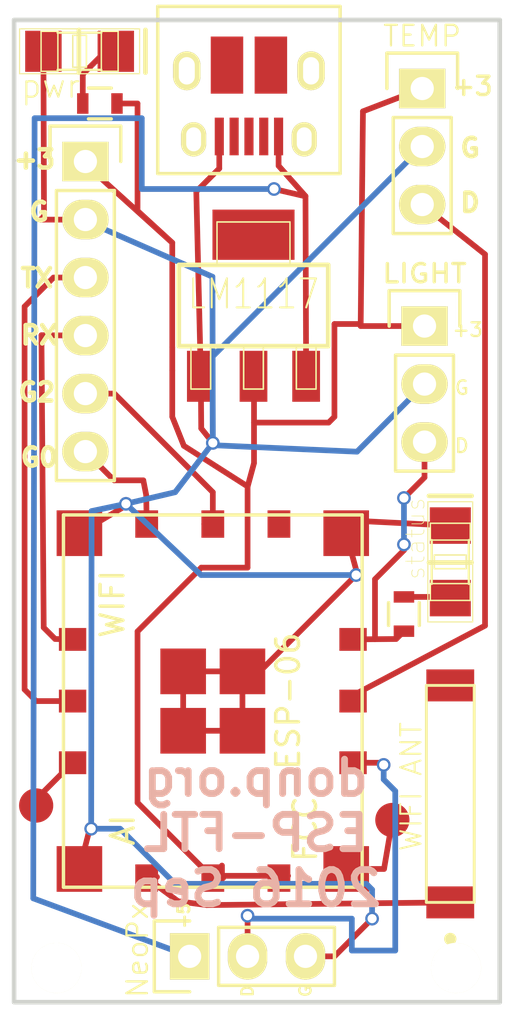
<source format=kicad_pcb>
(kicad_pcb (version 4) (host pcbnew 4.1.0-alpha+201607031448+6962~45~ubuntu15.04.1-product)

  (general
    (links 0)
    (no_connects 0)
    (area 116.122572 34.4675 165.944429 88.983285)
    (thickness 1.6)
    (drawings 20)
    (tracks 159)
    (zones 0)
    (modules 16)
    (nets 1)
  )

  (page A4)
  (layers
    (0 F.Cu signal)
    (31 B.Cu signal)
    (32 B.Adhes user)
    (33 F.Adhes user)
    (34 B.Paste user)
    (35 F.Paste user)
    (36 B.SilkS user)
    (37 F.SilkS user)
    (38 B.Mask user)
    (39 F.Mask user)
    (40 Dwgs.User user)
    (41 Cmts.User user)
    (42 Eco1.User user)
    (43 Eco2.User user)
    (44 Edge.Cuts user)
    (45 Margin user)
    (46 B.CrtYd user)
    (47 F.CrtYd user)
    (48 B.Fab user)
    (49 F.Fab user hide)
  )

  (setup
    (last_trace_width 0.25)
    (trace_clearance 0.2)
    (zone_clearance 0.508)
    (zone_45_only no)
    (trace_min 0.2)
    (segment_width 0.2)
    (edge_width 0.2)
    (via_size 0.6)
    (via_drill 0.4)
    (via_min_size 0.4)
    (via_min_drill 0.3)
    (uvia_size 0.3)
    (uvia_drill 0.1)
    (uvias_allowed no)
    (uvia_min_size 0.2)
    (uvia_min_drill 0.1)
    (pcb_text_width 0.3)
    (pcb_text_size 1.5 1.5)
    (mod_edge_width 0.15)
    (mod_text_size 1 1)
    (mod_text_width 0.15)
    (pad_size 3.59918 2.19964)
    (pad_drill 0)
    (pad_to_mask_clearance 0.2)
    (aux_axis_origin 0 0)
    (visible_elements FFFFFF7F)
    (pcbplotparams
      (layerselection 0x010f0_ffffffff)
      (usegerberextensions true)
      (excludeedgelayer true)
      (linewidth 0.100000)
      (plotframeref false)
      (viasonmask false)
      (mode 1)
      (useauxorigin false)
      (hpglpennumber 1)
      (hpglpenspeed 20)
      (hpglpendiameter 15)
      (psnegative false)
      (psa4output false)
      (plotreference true)
      (plotvalue true)
      (plotinvisibletext false)
      (padsonsilk false)
      (subtractmaskfromsilk false)
      (outputformat 1)
      (mirror false)
      (drillshape 0)
      (scaleselection 1)
      (outputdirectory /home/donp/osh))
  )

  (net 0 "")

  (net_class Default "This is the default net class."
    (clearance 0.2)
    (trace_width 0.25)
    (via_dia 0.6)
    (via_drill 0.4)
    (uvia_dia 0.3)
    (uvia_drill 0.1)
  )

  (module aalay:aalay-LED1206 (layer F.Cu) (tedit 577AC723) (tstamp 56F9A37D)
    (at 134.874 39.37)
    (attr smd)
    (fp_text reference pwr (at -1.27 1.524) (layer F.SilkS)
      (effects (font (size 1.016 1.016) (thickness 0.0889)))
    )
    (fp_text value >VALUE (at 0.508 2.032) (layer B.SilkS) hide
      (effects (font (size 1.016 1.016) (thickness 0.0889)) (justify mirror))
    )
    (fp_line (start -1.6891 0.8763) (end -0.9525 0.8763) (layer F.SilkS) (width 0.06604))
    (fp_line (start -0.9525 0.8763) (end -0.9525 -0.8763) (layer F.SilkS) (width 0.06604))
    (fp_line (start -1.6891 -0.8763) (end -0.9525 -0.8763) (layer F.SilkS) (width 0.06604))
    (fp_line (start -1.6891 0.8763) (end -1.6891 -0.8763) (layer F.SilkS) (width 0.06604))
    (fp_line (start 0.9525 0.8763) (end 1.6891 0.8763) (layer F.SilkS) (width 0.06604))
    (fp_line (start 1.6891 0.8763) (end 1.6891 -0.8763) (layer F.SilkS) (width 0.06604))
    (fp_line (start 0.9525 -0.8763) (end 1.6891 -0.8763) (layer F.SilkS) (width 0.06604))
    (fp_line (start 0.9525 0.8763) (end 0.9525 -0.8763) (layer F.SilkS) (width 0.06604))
    (fp_line (start -0.29972 0.6985) (end 0.29972 0.6985) (layer F.SilkS) (width 0.06604))
    (fp_line (start 0.29972 0.6985) (end 0.29972 -0.6985) (layer F.SilkS) (width 0.06604))
    (fp_line (start -0.29972 -0.6985) (end 0.29972 -0.6985) (layer F.SilkS) (width 0.06604))
    (fp_line (start -0.29972 0.6985) (end -0.29972 -0.6985) (layer F.SilkS) (width 0.06604))
    (fp_line (start 0.9525 0.8128) (end -0.9652 0.8128) (layer F.SilkS) (width 0.1016))
    (fp_line (start 0.9525 -0.8128) (end -0.9652 -0.8128) (layer F.SilkS) (width 0.1016))
    (fp_line (start -2.63144 -0.98298) (end 2.63144 -0.98298) (layer F.SilkS) (width 0.0508))
    (fp_line (start 2.63144 -0.98298) (end 2.63144 0.98298) (layer F.SilkS) (width 0.0508))
    (fp_line (start 2.63144 0.98298) (end -2.63144 0.98298) (layer F.SilkS) (width 0.0508))
    (fp_line (start -2.63144 0.98298) (end -2.63144 -0.98298) (layer F.SilkS) (width 0.0508))
    (fp_line (start -0.03048 0.93472) (end -0.03048 -0.93472) (layer F.SilkS) (width 0.2032))
    (fp_line (start 2.88798 0.93472) (end 2.88798 -0.93472) (layer F.SilkS) (width 0.2032))
    (pad A smd rect (at -1.5875 0) (size 1.59766 1.80086) (layers F.Cu F.Paste F.Mask))
    (pad K smd rect (at 1.5875 0) (size 1.59766 1.80086) (layers F.Cu F.Paste F.Mask))
  )

  (module aalay:aalay-LED1206 (layer F.Cu) (tedit 57B70DE1) (tstamp 56F9A248)
    (at 151.13 61.722 90)
    (attr smd)
    (fp_text reference status (at 1.016 -1.524 90) (layer F.SilkS)
      (effects (font (size 0.8 0.8) (thickness 0.03175)))
    )
    (fp_text value >VALUE (at 0.508 2.032 90) (layer B.SilkS) hide
      (effects (font (size 1.016 1.016) (thickness 0.0889)) (justify mirror))
    )
    (fp_line (start -1.6891 0.8763) (end -0.9525 0.8763) (layer F.SilkS) (width 0.06604))
    (fp_line (start -0.9525 0.8763) (end -0.9525 -0.8763) (layer F.SilkS) (width 0.06604))
    (fp_line (start -1.6891 -0.8763) (end -0.9525 -0.8763) (layer F.SilkS) (width 0.06604))
    (fp_line (start -1.6891 0.8763) (end -1.6891 -0.8763) (layer F.SilkS) (width 0.06604))
    (fp_line (start 0.9525 0.8763) (end 1.6891 0.8763) (layer F.SilkS) (width 0.06604))
    (fp_line (start 1.6891 0.8763) (end 1.6891 -0.8763) (layer F.SilkS) (width 0.06604))
    (fp_line (start 0.9525 -0.8763) (end 1.6891 -0.8763) (layer F.SilkS) (width 0.06604))
    (fp_line (start 0.9525 0.8763) (end 0.9525 -0.8763) (layer F.SilkS) (width 0.06604))
    (fp_line (start -0.29972 0.6985) (end 0.29972 0.6985) (layer F.SilkS) (width 0.06604))
    (fp_line (start 0.29972 0.6985) (end 0.29972 -0.6985) (layer F.SilkS) (width 0.06604))
    (fp_line (start -0.29972 -0.6985) (end 0.29972 -0.6985) (layer F.SilkS) (width 0.06604))
    (fp_line (start -0.29972 0.6985) (end -0.29972 -0.6985) (layer F.SilkS) (width 0.06604))
    (fp_line (start 0.9525 0.8128) (end -0.9652 0.8128) (layer F.SilkS) (width 0.1016))
    (fp_line (start 0.9525 -0.8128) (end -0.9652 -0.8128) (layer F.SilkS) (width 0.1016))
    (fp_line (start -2.63144 -0.98298) (end 2.63144 -0.98298) (layer F.SilkS) (width 0.0508))
    (fp_line (start 2.63144 -0.98298) (end 2.63144 0.98298) (layer F.SilkS) (width 0.0508))
    (fp_line (start 2.63144 0.98298) (end -2.63144 0.98298) (layer F.SilkS) (width 0.0508))
    (fp_line (start -2.63144 0.98298) (end -2.63144 -0.98298) (layer F.SilkS) (width 0.0508))
    (fp_line (start -0.03048 0.93472) (end -0.03048 -0.93472) (layer F.SilkS) (width 0.2032))
    (fp_line (start 2.88798 0.93472) (end 2.88798 -0.93472) (layer F.SilkS) (width 0.2032))
    (pad A smd rect (at -1.5875 0 90) (size 1.59766 1.80086) (layers F.Cu F.Paste F.Mask))
    (pad K smd rect (at 1.5875 0 90) (size 1.59766 1.80086) (layers F.Cu F.Paste F.Mask))
  )

  (module Pin_Headers:Pin_Header_Straight_1x03 (layer F.Cu) (tedit 57A03E1C) (tstamp 56F73DBC)
    (at 139.7 78.994 90)
    (descr "Through hole pin header")
    (tags "pin header")
    (fp_text reference NeoPx (at 0.254 -2.286 90) (layer F.SilkS)
      (effects (font (size 0.9 0.9) (thickness 0.1)))
    )
    (fp_text value Pin_Header_Straight_1x03 (at 0 -3.1 90) (layer F.Fab) hide
      (effects (font (size 1 1) (thickness 0.15)))
    )
    (fp_line (start -1.75 -1.75) (end -1.75 6.85) (layer F.CrtYd) (width 0.05))
    (fp_line (start 1.75 -1.75) (end 1.75 6.85) (layer F.CrtYd) (width 0.05))
    (fp_line (start -1.75 -1.75) (end 1.75 -1.75) (layer F.CrtYd) (width 0.05))
    (fp_line (start -1.75 6.85) (end 1.75 6.85) (layer F.CrtYd) (width 0.05))
    (fp_line (start -1.27 1.27) (end -1.27 6.35) (layer F.SilkS) (width 0.15))
    (fp_line (start -1.27 6.35) (end 1.27 6.35) (layer F.SilkS) (width 0.15))
    (fp_line (start 1.27 6.35) (end 1.27 1.27) (layer F.SilkS) (width 0.15))
    (fp_line (start 1.55 -1.55) (end 1.55 0) (layer F.SilkS) (width 0.15))
    (fp_line (start 1.27 1.27) (end -1.27 1.27) (layer F.SilkS) (width 0.15))
    (fp_line (start -1.55 0) (end -1.55 -1.55) (layer F.SilkS) (width 0.15))
    (fp_line (start -1.55 -1.55) (end 1.55 -1.55) (layer F.SilkS) (width 0.15))
    (pad 1 thru_hole rect (at 0 0 90) (size 2.032 1.7272) (drill 1.016) (layers *.Cu *.Mask F.SilkS))
    (pad 2 thru_hole oval (at 0 2.54 90) (size 2.032 1.7272) (drill 1.016) (layers *.Cu *.Mask F.SilkS))
    (pad 3 thru_hole oval (at 0 5.08 90) (size 2.032 1.7272) (drill 1.016) (layers *.Cu *.Mask F.SilkS))
    (model Pin_Headers.3dshapes/Pin_Header_Straight_1x03.wrl
      (at (xyz 0 -0.1 0))
      (scale (xyz 1 1 1))
      (rotate (xyz 0 0 90))
    )
  )

  (module Pin_Headers:Pin_Header_Straight_1x03 (layer F.Cu) (tedit 57A04201) (tstamp 56F72368)
    (at 149.9 41)
    (descr "Through hole pin header")
    (tags "pin header")
    (fp_text reference TEMP (at 0 -2.3) (layer F.SilkS)
      (effects (font (size 0.9 0.9) (thickness 0.1)))
    )
    (fp_text value Pin_Header_Straight_1x03 (at 0 -3.1) (layer F.Fab) hide
      (effects (font (size 1 1) (thickness 0.15)))
    )
    (fp_line (start -1.75 -1.75) (end -1.75 6.85) (layer F.CrtYd) (width 0.05))
    (fp_line (start 1.75 -1.75) (end 1.75 6.85) (layer F.CrtYd) (width 0.05))
    (fp_line (start -1.75 -1.75) (end 1.75 -1.75) (layer F.CrtYd) (width 0.05))
    (fp_line (start -1.75 6.85) (end 1.75 6.85) (layer F.CrtYd) (width 0.05))
    (fp_line (start -1.27 1.27) (end -1.27 6.35) (layer F.SilkS) (width 0.15))
    (fp_line (start -1.27 6.35) (end 1.27 6.35) (layer F.SilkS) (width 0.15))
    (fp_line (start 1.27 6.35) (end 1.27 1.27) (layer F.SilkS) (width 0.15))
    (fp_line (start 1.55 -1.55) (end 1.55 0) (layer F.SilkS) (width 0.15))
    (fp_line (start 1.27 1.27) (end -1.27 1.27) (layer F.SilkS) (width 0.15))
    (fp_line (start -1.55 0) (end -1.55 -1.55) (layer F.SilkS) (width 0.15))
    (fp_line (start -1.55 -1.55) (end 1.55 -1.55) (layer F.SilkS) (width 0.15))
    (pad 1 thru_hole rect (at 0 0) (size 2.032 1.7272) (drill 1.016) (layers *.Cu *.Mask F.SilkS))
    (pad 2 thru_hole oval (at 0 2.54) (size 2.032 1.7272) (drill 1.016) (layers *.Cu *.Mask F.SilkS))
    (pad 3 thru_hole oval (at 0 5.08) (size 2.032 1.7272) (drill 1.016) (layers *.Cu *.Mask F.SilkS))
    (model Pin_Headers.3dshapes/Pin_Header_Straight_1x03.wrl
      (at (xyz 0 -0.1 0))
      (scale (xyz 1 1 1))
      (rotate (xyz 0 0 90))
    )
  )

  (module Pin_Headers:Pin_Header_Straight_1x03 (layer F.Cu) (tedit 57A04211) (tstamp 56F7230E)
    (at 150 51.4)
    (descr "Through hole pin header")
    (tags "pin header")
    (fp_text reference LIGHT (at 0 -2.3) (layer F.SilkS)
      (effects (font (size 0.8 0.9) (thickness 0.15)))
    )
    (fp_text value Pin_Header_Straight_1x03 (at 0 -3.1) (layer F.Fab) hide
      (effects (font (size 1 1) (thickness 0.15)))
    )
    (fp_line (start -1.75 -1.75) (end -1.75 6.85) (layer F.CrtYd) (width 0.05))
    (fp_line (start 1.75 -1.75) (end 1.75 6.85) (layer F.CrtYd) (width 0.05))
    (fp_line (start -1.75 -1.75) (end 1.75 -1.75) (layer F.CrtYd) (width 0.05))
    (fp_line (start -1.75 6.85) (end 1.75 6.85) (layer F.CrtYd) (width 0.05))
    (fp_line (start -1.27 1.27) (end -1.27 6.35) (layer F.SilkS) (width 0.15))
    (fp_line (start -1.27 6.35) (end 1.27 6.35) (layer F.SilkS) (width 0.15))
    (fp_line (start 1.27 6.35) (end 1.27 1.27) (layer F.SilkS) (width 0.15))
    (fp_line (start 1.55 -1.55) (end 1.55 0) (layer F.SilkS) (width 0.15))
    (fp_line (start 1.27 1.27) (end -1.27 1.27) (layer F.SilkS) (width 0.15))
    (fp_line (start -1.55 0) (end -1.55 -1.55) (layer F.SilkS) (width 0.15))
    (fp_line (start -1.55 -1.55) (end 1.55 -1.55) (layer F.SilkS) (width 0.15))
    (pad 1 thru_hole rect (at 0 0) (size 2.032 1.7272) (drill 1.016) (layers *.Cu *.Mask F.SilkS))
    (pad 2 thru_hole oval (at 0 2.54) (size 2.032 1.7272) (drill 1.016) (layers *.Cu *.Mask F.SilkS))
    (pad 3 thru_hole oval (at 0 5.08) (size 2.032 1.7272) (drill 1.016) (layers *.Cu *.Mask F.SilkS))
    (model Pin_Headers.3dshapes/Pin_Header_Straight_1x03.wrl
      (at (xyz 0 -0.1 0))
      (scale (xyz 1 1 1))
      (rotate (xyz 0 0 90))
    )
  )

  (module aalay:aalay-SOT223 (layer F.Cu) (tedit 56F70B8E) (tstamp 56F03C8A)
    (at 142.5 50.5)
    (descr "SOT223 PACKAGE")
    (tags "SOT223 PACKAGE")
    (attr smd)
    (fp_text reference LM1117 (at 0 -0.5) (layer F.SilkS)
      (effects (font (size 1.27 1) (thickness 0.0889)))
    )
    (fp_text value >VALUE (at 1.27 0.6858) (layer B.SilkS) hide
      (effects (font (size 1.27 1.27) (thickness 0.0889)) (justify mirror))
    )
    (fp_line (start -1.6002 -1.80086) (end 1.6002 -1.80086) (layer F.SilkS) (width 0.06604))
    (fp_line (start 1.6002 -1.80086) (end 1.6002 -3.6576) (layer F.SilkS) (width 0.06604))
    (fp_line (start -1.6002 -3.6576) (end 1.6002 -3.6576) (layer F.SilkS) (width 0.06604))
    (fp_line (start -1.6002 -1.80086) (end -1.6002 -3.6576) (layer F.SilkS) (width 0.06604))
    (fp_line (start -0.4318 3.6576) (end 0.4318 3.6576) (layer F.SilkS) (width 0.06604))
    (fp_line (start 0.4318 3.6576) (end 0.4318 1.80086) (layer F.SilkS) (width 0.06604))
    (fp_line (start -0.4318 1.80086) (end 0.4318 1.80086) (layer F.SilkS) (width 0.06604))
    (fp_line (start -0.4318 3.6576) (end -0.4318 1.80086) (layer F.SilkS) (width 0.06604))
    (fp_line (start -2.7432 3.6576) (end -1.8796 3.6576) (layer F.SilkS) (width 0.06604))
    (fp_line (start -1.8796 3.6576) (end -1.8796 1.80086) (layer F.SilkS) (width 0.06604))
    (fp_line (start -2.7432 1.80086) (end -1.8796 1.80086) (layer F.SilkS) (width 0.06604))
    (fp_line (start -2.7432 3.6576) (end -2.7432 1.80086) (layer F.SilkS) (width 0.06604))
    (fp_line (start 1.8796 3.6576) (end 2.7432 3.6576) (layer F.SilkS) (width 0.06604))
    (fp_line (start 2.7432 3.6576) (end 2.7432 1.80086) (layer F.SilkS) (width 0.06604))
    (fp_line (start 1.8796 1.80086) (end 2.7432 1.80086) (layer F.SilkS) (width 0.06604))
    (fp_line (start 1.8796 3.6576) (end 1.8796 1.80086) (layer F.SilkS) (width 0.06604))
    (fp_line (start -1.6002 -1.80086) (end 1.6002 -1.80086) (layer F.SilkS) (width 0.06604))
    (fp_line (start 1.6002 -1.80086) (end 1.6002 -3.6576) (layer F.SilkS) (width 0.06604))
    (fp_line (start -1.6002 -3.6576) (end 1.6002 -3.6576) (layer F.SilkS) (width 0.06604))
    (fp_line (start -1.6002 -1.80086) (end -1.6002 -3.6576) (layer F.SilkS) (width 0.06604))
    (fp_line (start -0.4318 3.6576) (end 0.4318 3.6576) (layer F.SilkS) (width 0.06604))
    (fp_line (start 0.4318 3.6576) (end 0.4318 1.80086) (layer F.SilkS) (width 0.06604))
    (fp_line (start -0.4318 1.80086) (end 0.4318 1.80086) (layer F.SilkS) (width 0.06604))
    (fp_line (start -0.4318 3.6576) (end -0.4318 1.80086) (layer F.SilkS) (width 0.06604))
    (fp_line (start -2.7432 3.6576) (end -1.8796 3.6576) (layer F.SilkS) (width 0.06604))
    (fp_line (start -1.8796 3.6576) (end -1.8796 1.80086) (layer F.SilkS) (width 0.06604))
    (fp_line (start -2.7432 1.80086) (end -1.8796 1.80086) (layer F.SilkS) (width 0.06604))
    (fp_line (start -2.7432 3.6576) (end -2.7432 1.80086) (layer F.SilkS) (width 0.06604))
    (fp_line (start 1.8796 3.6576) (end 2.7432 3.6576) (layer F.SilkS) (width 0.06604))
    (fp_line (start 2.7432 3.6576) (end 2.7432 1.80086) (layer F.SilkS) (width 0.06604))
    (fp_line (start 1.8796 1.80086) (end 2.7432 1.80086) (layer F.SilkS) (width 0.06604))
    (fp_line (start 1.8796 3.6576) (end 1.8796 1.80086) (layer F.SilkS) (width 0.06604))
    (fp_line (start 3.2766 -1.778) (end 3.2766 1.778) (layer F.SilkS) (width 0.2032))
    (fp_line (start 3.2766 1.778) (end -3.2766 1.778) (layer F.SilkS) (width 0.2032))
    (fp_line (start -3.2766 1.778) (end -3.2766 -1.778) (layer F.SilkS) (width 0.2032))
    (fp_line (start -3.2766 -1.778) (end 3.2766 -1.778) (layer F.SilkS) (width 0.2032))
    (pad GND smd rect (at -2.30886 3.0988) (size 1.21666 2.23266) (layers F.Cu F.Paste F.Mask))
    (pad OUT smd rect (at 0 3.0988) (size 1.21666 2.23266) (layers F.Cu F.Paste F.Mask))
    (pad IN smd rect (at 2.30886 3.0988) (size 1.21666 2.23266) (layers F.Cu F.Paste F.Mask))
    (pad OUT smd rect (at 0 -3.0988) (size 3.59918 2.19964) (layers F.Cu F.Paste F.Mask))
  )

  (module OPL-Antenna:OPL-Antenna-ANT2-SMD-9.5X2.1X1.0MM (layer F.Cu) (tedit 577AC5CE) (tstamp 56EF2E24)
    (at 151.13 71.882 90)
    (attr smd)
    (fp_text reference "WIFI ANT" (at 0.3175 -1.7145 90) (layer F.SilkS)
      (effects (font (size 0.889 0.889) (thickness 0.0889)))
    )
    (fp_text value >VALUE (at 0.762 2.0955 90) (layer B.SilkS) hide
      (effects (font (size 0.889 0.889) (thickness 0.0889)) (justify mirror))
    )
    (fp_line (start -4.7498 1.04902) (end 4.7498 1.04902) (layer F.SilkS) (width 0.06604))
    (fp_line (start 4.7498 1.04902) (end 4.7498 -1.04902) (layer F.SilkS) (width 0.06604))
    (fp_line (start -4.7498 -1.04902) (end 4.7498 -1.04902) (layer F.SilkS) (width 0.06604))
    (fp_line (start -4.7498 1.04902) (end -4.7498 -1.04902) (layer F.SilkS) (width 0.06604))
    (fp_line (start -4.7498 -1.04902) (end 4.7498 -1.04902) (layer F.SilkS) (width 0.127))
    (fp_line (start 4.7498 -1.04902) (end 4.7498 1.04902) (layer F.SilkS) (width 0.127))
    (fp_line (start 4.7498 1.04902) (end -4.7498 1.04902) (layer F.SilkS) (width 0.127))
    (fp_line (start -4.7498 1.04902) (end -4.7498 -1.04902) (layer F.SilkS) (width 0.127))
    (fp_circle (center -6.35 0) (end -6.5405 0.1905) (layer F.SilkS) (width 0))
    (pad 1 smd rect (at -4.7498 0 90) (size 1.39954 2.09804) (layers F.Cu F.Paste F.Mask))
    (pad 2 smd rect (at 4.7498 0 90) (size 1.39954 2.09804) (layers F.Cu F.Paste F.Mask))
  )

  (module Connect:USB_Micro-B_10103594-0001LF (layer F.Cu) (tedit 56F72406) (tstamp 56E77216)
    (at 142.3 41.6 180)
    (descr "Micro USB Type B 10103594-0001LF")
    (tags "USB USB_B USB_micro USB_OTG")
    (attr smd)
    (fp_text reference REF** (at -1.5 -4.625 180) (layer F.SilkS) hide
      (effects (font (size 1 1) (thickness 0.15)))
    )
    (fp_text value USB_Micro-B_10103594-0001LF (at 0 6.175 180) (layer F.Fab) hide
      (effects (font (size 1 1) (thickness 0.15)))
    )
    (fp_line (start -4.25 -3.4) (end 4.25 -3.4) (layer F.CrtYd) (width 0.05))
    (fp_line (start 4.25 -3.4) (end 4.25 4.45) (layer F.CrtYd) (width 0.05))
    (fp_line (start 4.25 4.45) (end -4.25 4.45) (layer F.CrtYd) (width 0.05))
    (fp_line (start -4.25 4.45) (end -4.25 -3.4) (layer F.CrtYd) (width 0.05))
    (fp_line (start -4 4.195) (end 4 4.195) (layer F.SilkS) (width 0.15))
    (fp_line (start -4 -3.125) (end 4 -3.125) (layer F.SilkS) (width 0.15))
    (fp_line (start 4 -3.125) (end 4 4.195) (layer F.SilkS) (width 0.15))
    (fp_line (start 4 3.575) (end -4 3.575) (layer F.SilkS) (width 0.15))
    (fp_line (start -4 4.195) (end -4 -3.125) (layer F.SilkS) (width 0.15))
    (pad +5 smd rect (at -1.3 -1.5 270) (size 1.65 0.4) (layers F.Cu F.Paste F.Mask))
    (pad D- smd rect (at -0.65 -1.5 270) (size 1.65 0.4) (layers F.Cu F.Paste F.Mask))
    (pad D+ smd rect (at -0.0009 -1.5 270) (size 1.65 0.4) (layers F.Cu F.Paste F.Mask))
    (pad ID smd rect (at 0.65 -1.5 270) (size 1.65 0.4) (layers F.Cu F.Paste F.Mask))
    (pad GND smd rect (at 1.3 -1.5 270) (size 1.65 0.4) (layers F.Cu F.Paste F.Mask))
    (pad 6 thru_hole oval (at -2.425 -1.625 270) (size 1.5 1.1) (drill oval 1.05 0.65) (layers *.Cu *.Mask F.SilkS))
    (pad 6 thru_hole oval (at 2.425 -1.625 270) (size 1.5 1.1) (drill oval 1.05 0.65) (layers *.Cu *.Mask F.SilkS))
    (pad 6 thru_hole oval (at -2.725 1.375 270) (size 1.7 1.2) (drill oval 1.2 0.7) (layers *.Cu *.Mask F.SilkS))
    (pad 6 thru_hole oval (at 2.725 1.375 270) (size 1.7 1.2) (drill oval 1.2 0.7) (layers *.Cu *.Mask F.SilkS))
    (pad 6 smd rect (at -0.9625 1.625 270) (size 2.5 1.425) (layers F.Cu F.Paste F.Mask))
    (pad 6 smd rect (at 0.9625 1.625 270) (size 2.5 1.425) (layers F.Cu F.Paste F.Mask))
  )

  (module Pin_Headers:Pin_Header_Straight_1x06 (layer F.Cu) (tedit 577AC73E) (tstamp 577AB9B6)
    (at 135.128 44.196)
    (descr "Through hole pin header")
    (tags "pin header")
    (fp_text reference "" (at 0 -5.1) (layer F.SilkS)
      (effects (font (size 1 1) (thickness 0.15)))
    )
    (fp_text value Pin_Header_Straight_1x06 (at 0 -3.1) (layer F.Fab)
      (effects (font (size 1 1) (thickness 0.15)))
    )
    (fp_line (start -1.75 -1.75) (end -1.75 14.45) (layer F.CrtYd) (width 0.05))
    (fp_line (start 1.75 -1.75) (end 1.75 14.45) (layer F.CrtYd) (width 0.05))
    (fp_line (start -1.75 -1.75) (end 1.75 -1.75) (layer F.CrtYd) (width 0.05))
    (fp_line (start -1.75 14.45) (end 1.75 14.45) (layer F.CrtYd) (width 0.05))
    (fp_line (start 1.27 1.27) (end 1.27 13.97) (layer F.SilkS) (width 0.15))
    (fp_line (start 1.27 13.97) (end -1.27 13.97) (layer F.SilkS) (width 0.15))
    (fp_line (start -1.27 13.97) (end -1.27 1.27) (layer F.SilkS) (width 0.15))
    (fp_line (start 1.55 -1.55) (end 1.55 0) (layer F.SilkS) (width 0.15))
    (fp_line (start 1.27 1.27) (end -1.27 1.27) (layer F.SilkS) (width 0.15))
    (fp_line (start -1.55 0) (end -1.55 -1.55) (layer F.SilkS) (width 0.15))
    (fp_line (start -1.55 -1.55) (end 1.55 -1.55) (layer F.SilkS) (width 0.15))
    (pad 1 thru_hole rect (at 0 0) (size 2.032 1.7272) (drill 1.016) (layers *.Cu *.Mask F.SilkS))
    (pad 2 thru_hole oval (at 0 2.54) (size 2.032 1.7272) (drill 1.016) (layers *.Cu *.Mask F.SilkS))
    (pad 3 thru_hole oval (at 0 5.08) (size 2.032 1.7272) (drill 1.016) (layers *.Cu *.Mask F.SilkS))
    (pad 4 thru_hole oval (at 0 7.62) (size 2.032 1.7272) (drill 1.016) (layers *.Cu *.Mask F.SilkS))
    (pad 5 thru_hole oval (at 0 10.16) (size 2.032 1.7272) (drill 1.016) (layers *.Cu *.Mask F.SilkS))
    (pad 6 thru_hole oval (at 0 12.7) (size 2.032 1.7272) (drill 1.016) (layers *.Cu *.Mask F.SilkS))
    (model Pin_Headers.3dshapes/Pin_Header_Straight_1x06.wrl
      (at (xyz 0 -0.25 0))
      (scale (xyz 1 1 1))
      (rotate (xyz 0 0 90))
    )
    (model Pin_Headers.3dshapes/Pin_Header_Straight_1x06.wrl
      (at (xyz 0 -0.25 0))
      (scale (xyz 1 1 1))
      (rotate (xyz 0 0 90))
    )
  )

  (module Resistors_SMD:R_0603 (layer F.Cu) (tedit 577AC6FE) (tstamp 577AC355)
    (at 135.763 41.656)
    (descr "Resistor SMD 0603, reflow soldering, Vishay (see dcrcw.pdf)")
    (tags "resistor 0603")
    (attr smd)
    (fp_text reference "" (at 0 -1.9) (layer F.SilkS)
      (effects (font (size 1 1) (thickness 0.15)))
    )
    (fp_text value R_0603 (at 0 1.9) (layer F.Fab)
      (effects (font (size 1 1) (thickness 0.15)))
    )
    (fp_line (start -1.3 -0.8) (end 1.3 -0.8) (layer F.CrtYd) (width 0.05))
    (fp_line (start -1.3 0.8) (end 1.3 0.8) (layer F.CrtYd) (width 0.05))
    (fp_line (start -1.3 -0.8) (end -1.3 0.8) (layer F.CrtYd) (width 0.05))
    (fp_line (start 1.3 -0.8) (end 1.3 0.8) (layer F.CrtYd) (width 0.05))
    (fp_line (start 0.5 0.675) (end -0.5 0.675) (layer F.SilkS) (width 0.15))
    (fp_line (start -0.5 -0.675) (end 0.5 -0.675) (layer F.SilkS) (width 0.15))
    (pad 1 smd rect (at -0.75 0) (size 0.5 0.9) (layers F.Cu F.Paste F.Mask))
    (pad 2 smd rect (at 0.75 0) (size 0.5 0.9) (layers F.Cu F.Paste F.Mask))
    (model Resistors_SMD.3dshapes/R_0603.wrl
      (at (xyz 0 0 0))
      (scale (xyz 1 1 1))
      (rotate (xyz 0 0 0))
    )
    (model Resistors_SMD.3dshapes/R_0603.wrl
      (at (xyz 0 0 0))
      (scale (xyz 1 1 1))
      (rotate (xyz 0 0 0))
    )
  )

  (module Resistors_SMD:R_0603 (layer F.Cu) (tedit 57AE431C) (tstamp 577AC3DF)
    (at 149.098 64.008 90)
    (descr "Resistor SMD 0603, reflow soldering, Vishay (see dcrcw.pdf)")
    (tags "resistor 0603")
    (attr smd)
    (fp_text reference "" (at 0 -1.9 90) (layer F.SilkS)
      (effects (font (size 1 1) (thickness 0.15)))
    )
    (fp_text value R_0603 (at 0 1.9 90) (layer F.Fab)
      (effects (font (size 1 1) (thickness 0.15)))
    )
    (fp_line (start -1.3 -0.8) (end 1.3 -0.8) (layer F.CrtYd) (width 0.05))
    (fp_line (start -1.3 0.8) (end 1.3 0.8) (layer F.CrtYd) (width 0.05))
    (fp_line (start -1.3 -0.8) (end -1.3 0.8) (layer F.CrtYd) (width 0.05))
    (fp_line (start 1.3 -0.8) (end 1.3 0.8) (layer F.CrtYd) (width 0.05))
    (fp_line (start 0.5 0.675) (end -0.5 0.675) (layer F.SilkS) (width 0.15))
    (fp_line (start -0.5 -0.675) (end 0.5 -0.675) (layer F.SilkS) (width 0.15))
    (pad 1 smd rect (at -0.75 0 90) (size 0.5 0.9) (layers F.Cu F.Paste F.Mask))
    (pad 2 smd rect (at 0.75 0 90) (size 0.5 0.9) (layers F.Cu F.Paste F.Mask))
    (model Resistors_SMD.3dshapes/R_0603.wrl
      (at (xyz 0 0 0))
      (scale (xyz 1 1 1))
      (rotate (xyz 0 0 0))
    )
    (model Resistors_SMD.3dshapes/R_0603.wrl
      (at (xyz 0 0 0))
      (scale (xyz 1 1 1))
      (rotate (xyz 0 0 0))
    )
  )

  (module Mounting_Holes:MountingHole_2.2mm_M2 (layer F.Cu) (tedit 577AC7CE) (tstamp 577BD34E)
    (at 133.858 79.502)
    (descr "Mounting Hole 2.2mm, no annular, M2")
    (tags "mounting hole 2.2mm no annular m2")
    (fp_text reference "" (at 0 -3.2) (layer F.SilkS)
      (effects (font (size 1 1) (thickness 0.15)))
    )
    (fp_text value MountingHole_2.2mm_M2 (at 0 3.2) (layer F.Fab)
      (effects (font (size 1 1) (thickness 0.15)))
    )
    (fp_circle (center 0 0) (end 2.2 0) (layer Cmts.User) (width 0.15))
    (fp_circle (center 0 0) (end 2.45 0) (layer F.CrtYd) (width 0.05))
    (pad 1 np_thru_hole circle (at 0 0) (size 2.2 2.2) (drill 2.2) (layers *.Cu *.Mask F.SilkS))
  )

  (module Mounting_Holes:MountingHole_2.2mm_M2 (layer F.Cu) (tedit 577AC7CA) (tstamp 577BD355)
    (at 151.384 79.502)
    (descr "Mounting Hole 2.2mm, no annular, M2")
    (tags "mounting hole 2.2mm no annular m2")
    (fp_text reference "" (at 0 -3.2) (layer F.SilkS)
      (effects (font (size 1 1) (thickness 0.15)))
    )
    (fp_text value MountingHole_2.2mm_M2 (at 0 3.2) (layer F.Fab)
      (effects (font (size 1 1) (thickness 0.15)))
    )
    (fp_circle (center 0 0) (end 2.2 0) (layer Cmts.User) (width 0.15))
    (fp_circle (center 0 0) (end 2.45 0) (layer F.CrtYd) (width 0.05))
    (pad 1 np_thru_hole circle (at 0 0) (size 2.2 2.2) (drill 2.2) (layers *.Cu *.Mask F.SilkS))
  )

  (module ESP8266:ESP-06 (layer F.Cu) (tedit 57B70D44) (tstamp 56EF2894)
    (at 140.716 67.818 90)
    (fp_text reference ESP-06 (at 0 3.302 90) (layer F.SilkS)
      (effects (font (size 1 1) (thickness 0.15)))
    )
    (fp_text value ESP-06 (at 0 -0.5 90) (layer F.Fab)
      (effects (font (size 1 1) (thickness 0.15)))
    )
    (fp_text user AI (at -5.65 -3.95 90) (layer F.SilkS)
      (effects (font (size 1 1) (thickness 0.15)))
    )
    (fp_text user WIFI (at 4.25 -4.4 90) (layer F.SilkS)
      (effects (font (size 1 1) (thickness 0.15)))
    )
    (fp_text user FCC (at -5.6 4.05 90) (layer F.SilkS)
      (effects (font (size 1 1) (thickness 0.15)))
    )
    (fp_line (start -8.15 6.55) (end 8.15 6.55) (layer F.SilkS) (width 0.15))
    (fp_line (start 8.15 6.55) (end 8.15 -6.55) (layer F.SilkS) (width 0.15))
    (fp_line (start 8.15 -6.55) (end -8.15 -6.55) (layer F.SilkS) (width 0.15))
    (fp_line (start -8.15 -6.55) (end -8.15 6.55) (layer F.SilkS) (width 0.15))
    (pad GND smd rect (at -7.35 -5.85 90) (size 2 2) (layers F.Cu F.Paste F.Mask))
    (pad GP5 smd rect (at 7.35 -5.85 90) (size 2 2) (layers F.Cu F.Paste F.Mask))
    (pad GP16 smd rect (at -7.35 5.85 90) (size 2 2) (layers F.Cu F.Paste F.Mask))
    (pad GP15 smd rect (at 7.35 5.85 90) (size 2 2) (layers F.Cu F.Paste F.Mask))
    (pad GP14 smd rect (at -2.7 6.15 90) (size 1 1.2) (layers F.Cu F.Paste F.Mask))
    (pad GP12 smd rect (at 0 6.15 90) (size 1 1.2) (layers F.Cu F.Paste F.Mask))
    (pad GP13 smd rect (at 2.7 6.15 90) (size 1 1.2) (layers F.Cu F.Paste F.Mask))
    (pad TX smd rect (at 0 -6.15 90) (size 1 1.2) (layers F.Cu F.Paste F.Mask))
    (pad RST smd rect (at -2.7 -6.15 90) (size 1 1.2) (layers F.Cu F.Paste F.Mask))
    (pad RX smd rect (at 2.7 -6.15 90) (size 1 1.2) (layers F.Cu F.Paste F.Mask))
    (pad 3.3 smd rect (at -7.75 0 90) (size 1.2 1) (layers F.Cu F.Paste F.Mask))
    (pad CHPD smd rect (at -7.75 2.9 90) (size 1.2 1) (layers F.Cu F.Paste F.Mask))
    (pad ANT smd rect (at -7.75 -2.9 90) (size 1.2 1) (layers F.Cu F.Paste F.Mask))
    (pad GP2 smd rect (at 7.75 0 90) (size 1.2 1) (layers F.Cu F.Paste F.Mask))
    (pad GP0 smd rect (at 7.75 -2.9 90) (size 1.2 1) (layers F.Cu F.Paste F.Mask))
    (pad GP4 smd rect (at 7.75 2.9 90) (size 1.2 1) (layers F.Cu F.Paste F.Mask))
    (pad GND smd rect (at -1.3 -1.3 90) (size 2 2) (layers F.Cu F.Paste F.Mask))
    (pad GND smd rect (at 1.3 -1.3 90) (size 2 2) (layers F.Cu F.Paste F.Mask))
    (pad GND smd rect (at -1.3 1.3 90) (size 2 2) (layers F.Cu F.Paste F.Mask))
    (pad GND smd rect (at 1.3 1.3 90) (size 2 2) (layers F.Cu F.Paste F.Mask))
  )

  (module Measurement_Points:Measurement_Point_Round-SMD-Pad_Small (layer F.Cu) (tedit 57B7104D) (tstamp 57BA3B75)
    (at 148.59 73.025)
    (descr "Mesurement Point, Round, SMD Pad, DM 1.5mm,")
    (tags "Mesurement Point Round SMD Pad 1.5mm")
    (attr virtual)
    (fp_text reference "" (at 0 -2) (layer F.SilkS)
      (effects (font (size 1 1) (thickness 0.15)))
    )
    (fp_text value Measurement_Point_Round-SMD-Pad_Small (at 0 2) (layer F.Fab)
      (effects (font (size 1 1) (thickness 0.15)))
    )
    (fp_circle (center 0 0) (end 1 0) (layer F.CrtYd) (width 0.05))
    (pad 1 smd circle (at 0 0) (size 1.5 1.5) (layers F.Cu F.Mask))
  )

  (module Measurement_Points:Measurement_Point_Round-SMD-Pad_Small (layer F.Cu) (tedit 57B71048) (tstamp 57BA3B88)
    (at 132.969 72.39)
    (descr "Mesurement Point, Round, SMD Pad, DM 1.5mm,")
    (tags "Mesurement Point Round SMD Pad 1.5mm")
    (attr virtual)
    (fp_text reference "" (at 0 -2) (layer F.SilkS)
      (effects (font (size 1 1) (thickness 0.15)))
    )
    (fp_text value Measurement_Point_Round-SMD-Pad_Small (at 0 2) (layer F.Fab)
      (effects (font (size 1 1) (thickness 0.15)))
    )
    (fp_circle (center 0 0) (end 1 0) (layer F.CrtYd) (width 0.05))
    (pad 1 smd circle (at 0 0) (size 1.5 1.5) (layers F.Cu F.Mask))
  )

  (gr_text D (at 142.24 80.518 90) (layer F.SilkS)
    (effects (font (size 0.5 0.5) (thickness 0.1)))
  )
  (gr_text G (at 144.78 80.518 90) (layer F.SilkS)
    (effects (font (size 0.5 0.5) (thickness 0.1)))
  )
  (gr_text G0 (at 133.096 57.15) (layer F.SilkS)
    (effects (font (size 0.8 0.8) (thickness 0.2)))
  )
  (gr_text G2 (at 133 54.3) (layer F.SilkS)
    (effects (font (size 0.8 0.8) (thickness 0.2)))
  )
  (gr_text RX (at 133.1 51.8) (layer F.SilkS)
    (effects (font (size 0.8 0.8) (thickness 0.2)))
  )
  (gr_text TX (at 133 49.3) (layer F.SilkS)
    (effects (font (size 0.8 0.8) (thickness 0.2)))
  )
  (gr_text G (at 133.1 46.4) (layer F.SilkS)
    (effects (font (size 0.8 0.8) (thickness 0.2)))
  )
  (gr_text +3 (at 132.9 44.1) (layer F.SilkS)
    (effects (font (size 0.8 0.8) (thickness 0.2)))
  )
  (gr_text D (at 151.638 56.642) (layer F.SilkS)
    (effects (font (size 0.6 0.6) (thickness 0.1)))
  )
  (gr_text D (at 152 46) (layer F.SilkS)
    (effects (font (size 0.8 0.8) (thickness 0.2)))
  )
  (gr_text G (at 151.638 54.102) (layer F.SilkS)
    (effects (font (size 0.6 0.6) (thickness 0.1)))
  )
  (gr_text G (at 152 43.6) (layer F.SilkS)
    (effects (font (size 0.8 0.8) (thickness 0.2)))
  )
  (gr_text +5 (at 139.446 77.216 90) (layer F.SilkS)
    (effects (font (size 0.5 0.5) (thickness 0.125)))
  )
  (gr_text +3 (at 151.892 51.562) (layer F.SilkS)
    (effects (font (size 0.6 0.6) (thickness 0.1)))
  )
  (gr_text +3 (at 152.1 40.9) (layer F.SilkS)
    (effects (font (size 0.8 0.8) (thickness 0.15)))
  )
  (gr_line (start 132 81) (end 153.3 81) (angle 90) (layer Edge.Cuts) (width 0.2))
  (gr_line (start 132 38) (end 132 81) (angle 90) (layer Edge.Cuts) (width 0.2))
  (gr_line (start 153.3 38) (end 132 38) (angle 90) (layer Edge.Cuts) (width 0.2))
  (gr_line (start 153.3 38) (end 153.3 81) (angle 90) (layer Edge.Cuts) (width 0.2))
  (gr_text "donp.org\nESP-FTL\n2016 Sep" (at 142.6 73.6) (layer B.SilkS)
    (effects (font (size 1.5 1.5) (thickness 0.3)) (justify mirror))
  )

  (segment (start 132.969 72.39) (end 132.969 72.115) (width 0.25) (layer F.Cu) (net 0))
  (segment (start 132.969 72.115) (end 134.566 70.518) (width 0.25) (layer F.Cu) (net 0) (tstamp 57BA3B94))
  (segment (start 146.566 75.168) (end 148.225 75.168) (width 0.25) (layer F.Cu) (net 0))
  (segment (start 148.225 75.168) (end 148.59 73.025) (width 0.25) (layer F.Cu) (net 0) (tstamp 57BA3B84) (status 20))
  (segment (start 134.566 67.818) (end 132.969 67.818) (width 0.25) (layer F.Cu) (net 0))
  (segment (start 133.731 49.276) (end 135.128 49.276) (width 0.25) (layer F.Cu) (net 0) (tstamp 57B70CE0))
  (segment (start 132.461 50.546) (end 133.731 49.276) (width 0.25) (layer F.Cu) (net 0) (tstamp 57B70CDD))
  (segment (start 132.461 67.31) (end 132.461 50.546) (width 0.25) (layer F.Cu) (net 0) (tstamp 57B70CCC))
  (segment (start 132.969 67.818) (end 132.461 67.31) (width 0.25) (layer F.Cu) (net 0) (tstamp 57B70CCA))
  (segment (start 140.716 60.068) (end 140.716 58.674) (width 0.25) (layer F.Cu) (net 0))
  (segment (start 136.398 54.356) (end 135.128 54.356) (width 0.25) (layer F.Cu) (net 0) (tstamp 57B70BD3))
  (segment (start 140.716 58.674) (end 136.398 54.356) (width 0.25) (layer F.Cu) (net 0) (tstamp 57B70BD0))
  (segment (start 136.4615 39.37) (end 136.017 39.37) (width 0.25) (layer F.Cu) (net 0))
  (segment (start 136.017 39.37) (end 135.013 40.374) (width 0.25) (layer F.Cu) (net 0) (tstamp 57B70B4C))
  (segment (start 135.013 40.374) (end 135.013 41.656) (width 0.25) (layer F.Cu) (net 0) (tstamp 57B70B4F) (status 20))
  (segment (start 136.513 41.656) (end 137.414 41.656) (width 0.25) (layer F.Cu) (net 0) (status 10))
  (segment (start 137.414 46.355) (end 138.938 47.752) (width 0.25) (layer F.Cu) (net 0) (tstamp 577AC36D))
  (segment (start 137.414 41.656) (end 137.414 46.355) (width 0.25) (layer F.Cu) (net 0) (status 10))
  (segment (start 142.24 78.994) (end 142.24 77.216) (width 0.25) (layer F.Cu) (net 0))
  (segment (start 148.115 70.518) (end 146.866 70.518) (width 0.25) (layer F.Cu) (net 0) (tstamp 57B70A8C))
  (segment (start 148.209 70.612) (end 148.115 70.518) (width 0.25) (layer F.Cu) (net 0) (tstamp 57B70A8B))
  (via (at 148.209 70.612) (size 0.6) (drill 0.4) (layers F.Cu B.Cu) (net 0))
  (segment (start 148.209 71.247) (end 148.209 70.612) (width 0.25) (layer B.Cu) (net 0) (tstamp 57B70A7E))
  (segment (start 148.717 71.755) (end 148.209 71.247) (width 0.25) (layer B.Cu) (net 0) (tstamp 57B70A78))
  (segment (start 148.717 78.74) (end 148.717 71.755) (width 0.25) (layer B.Cu) (net 0) (tstamp 57B70A77))
  (segment (start 146.812 78.74) (end 148.717 78.74) (width 0.25) (layer B.Cu) (net 0) (tstamp 57B70A76))
  (segment (start 146.812 77.343) (end 146.812 78.74) (width 0.25) (layer B.Cu) (net 0) (tstamp 57B70A74))
  (segment (start 142.367 77.343) (end 146.812 77.343) (width 0.25) (layer B.Cu) (net 0) (tstamp 57B70A73))
  (segment (start 142.24 77.216) (end 142.367 77.343) (width 0.25) (layer B.Cu) (net 0) (tstamp 57B70A72))
  (via (at 142.24 77.216) (size 0.6) (drill 0.4) (layers F.Cu B.Cu) (net 0))
  (segment (start 144.78 78.994) (end 146.05 78.994) (width 0.25) (layer F.Cu) (net 0))
  (segment (start 136.652 73.406) (end 135.382 73.406) (width 0.25) (layer B.Cu) (net 0) (tstamp 57B70A11))
  (segment (start 139.065 75.819) (end 136.652 73.406) (width 0.25) (layer B.Cu) (net 0) (tstamp 57B70A0F))
  (segment (start 147.447 75.819) (end 139.065 75.819) (width 0.25) (layer B.Cu) (net 0) (tstamp 57B70A09))
  (segment (start 147.701 76.073) (end 147.447 75.819) (width 0.25) (layer B.Cu) (net 0) (tstamp 57B70A03))
  (segment (start 147.701 77.343) (end 147.701 76.073) (width 0.25) (layer B.Cu) (net 0) (tstamp 57B70A02))
  (via (at 147.701 77.343) (size 0.6) (drill 0.4) (layers F.Cu B.Cu) (net 0))
  (segment (start 146.05 78.994) (end 147.701 77.343) (width 0.25) (layer F.Cu) (net 0) (tstamp 57B709F8))
  (segment (start 142.24 58.42) (end 142.24 61.976) (width 0.25) (layer F.Cu) (net 0))
  (segment (start 137.414 72.266) (end 140.716 75.568) (width 0.25) (layer F.Cu) (net 0) (tstamp 57A03D5C) (status 20))
  (segment (start 137.414 64.77) (end 137.414 72.266) (width 0.25) (layer F.Cu) (net 0) (tstamp 57A03D56))
  (segment (start 140.208 61.976) (end 137.414 64.77) (width 0.25) (layer F.Cu) (net 0) (tstamp 57A03D4F))
  (segment (start 142.24 61.976) (end 140.208 61.976) (width 0.25) (layer F.Cu) (net 0) (tstamp 57A03D48))
  (segment (start 147.200963 51.309478) (end 146.051478 51.309478) (width 0.25) (layer F.Cu) (net 0))
  (segment (start 145.796 55.626) (end 142.522732 55.626) (width 0.25) (layer F.Cu) (net 0) (tstamp 57A03D28))
  (segment (start 146.05 55.372) (end 145.796 55.626) (width 0.25) (layer F.Cu) (net 0) (tstamp 57A03D26))
  (segment (start 146.05 51.310956) (end 146.05 55.372) (width 0.25) (layer F.Cu) (net 0) (tstamp 57A03D24))
  (segment (start 146.051478 51.309478) (end 146.05 51.310956) (width 0.25) (layer F.Cu) (net 0) (tstamp 57A03D1C))
  (segment (start 142.016 66.518) (end 142.782 66.518) (width 0.25) (layer F.Cu) (net 0) (status 30))
  (segment (start 142.782 66.518) (end 147 62.3) (width 0.25) (layer F.Cu) (net 0) (tstamp 57A03C3A) (status 10))
  (segment (start 142.522732 57.399637) (end 142.522732 55.626) (width 0.25) (layer F.Cu) (net 0))
  (segment (start 142.246 58.414) (end 142.24 58.42) (width 0.25) (layer F.Cu) (net 0) (tstamp 577AB92A))
  (segment (start 142.522732 57.399637) (end 142.246 58.414) (width 0.25) (layer F.Cu) (net 0) (tstamp 57A03C01))
  (segment (start 138.938 55.372) (end 138.938 53.34) (width 0.25) (layer F.Cu) (net 0) (tstamp 577ABBF9))
  (segment (start 139.235793 56.116482) (end 138.938 55.372) (width 0.25) (layer F.Cu) (net 0) (tstamp 577AC12E))
  (segment (start 142.24 58.42) (end 139.446 56.642) (width 0.25) (layer F.Cu) (net 0) (tstamp 56F73F6C))
  (segment (start 139.446 56.642) (end 139.235793 56.116482) (width 0.25) (layer F.Cu) (net 0) (tstamp 56F73F6E))
  (segment (start 142.522732 55.626) (end 142.522732 53.621532) (width 0.25) (layer F.Cu) (net 0) (tstamp 57A03D39) (status 20))
  (segment (start 142.522732 53.621532) (end 142.5 53.5988) (width 0.25) (layer F.Cu) (net 0) (tstamp 57A03C03) (status 30))
  (segment (start 139.416 66.518) (end 139.416 69.118) (width 0.25) (layer F.Cu) (net 0) (status 30))
  (segment (start 139.416 69.118) (end 142.016 69.118) (width 0.25) (layer F.Cu) (net 0) (tstamp 57A03879) (status 30))
  (segment (start 142.016 69.118) (end 142.016 66.518) (width 0.25) (layer F.Cu) (net 0) (tstamp 57A0387A) (status 30))
  (segment (start 142.016 66.518) (end 139.416 66.518) (width 0.25) (layer F.Cu) (net 0) (tstamp 57A0387B) (status 30))
  (segment (start 149.098 60.96) (end 149.098 61.214) (width 0.25) (layer F.Cu) (net 0))
  (via (at 149.098 60.96) (size 0.6) (drill 0.4) (layers F.Cu B.Cu) (net 0))
  (segment (start 149.098 60.96) (end 149.098 58.928) (width 0.25) (layer B.Cu) (net 0) (tstamp 577BD53A))
  (via (at 149.098 58.928) (size 0.6) (drill 0.4) (layers F.Cu B.Cu) (net 0))
  (segment (start 149.098 58.928) (end 150 58.026) (width 0.25) (layer F.Cu) (net 0) (tstamp 577BD53D))
  (segment (start 150 56.48) (end 150 58.026) (width 0.25) (layer F.Cu) (net 0) (tstamp 577BD53E) (status 10))
  (segment (start 147.828 62.484) (end 147.828 65.108838) (width 0.25) (layer F.Cu) (net 0) (tstamp 577BD543))
  (segment (start 149.098 61.214) (end 147.828 62.484) (width 0.25) (layer F.Cu) (net 0) (tstamp 577BD542))
  (segment (start 149.098 63.258) (end 151.0785 63.258) (width 0.25) (layer F.Cu) (net 0) (status 30))
  (segment (start 151.0785 63.258) (end 151.13 63.3095) (width 0.25) (layer F.Cu) (net 0) (tstamp 577AC406) (status 30))
  (segment (start 146.866 65.118) (end 147.828 65.108838) (width 0.25) (layer F.Cu) (net 0) (status 10))
  (segment (start 147.828 65.108838) (end 148.756 65.1) (width 0.25) (layer F.Cu) (net 0) (tstamp 577BD547))
  (segment (start 148.756 65.1) (end 149.098 64.758) (width 0.25) (layer F.Cu) (net 0) (tstamp 577AC403) (status 20))
  (segment (start 151.13 60.1345) (end 147.1035 59.9305) (width 0.25) (layer F.Cu) (net 0) (status 30))
  (segment (start 135.902 39.9295) (end 136.4615 39.37) (width 0.25) (layer F.Cu) (net 0) (tstamp 577AC371) (status 30))
  (segment (start 137.668 58.154) (end 136.386 58.154) (width 0.25) (layer F.Cu) (net 0) (status 10))
  (segment (start 136.386 58.154) (end 135.128 56.896) (width 0.25) (layer F.Cu) (net 0) (tstamp 577AC234) (status 20))
  (segment (start 137.816 60.068) (end 137.795 58.801) (width 0.25) (layer F.Cu) (net 0) (status 10))
  (segment (start 137.795 58.801) (end 137.668 58.154) (width 0.25) (layer F.Cu) (net 0) (tstamp 577ABF30) (status 20))
  (segment (start 135.37 56.654) (end 135.128 56.896) (width 0.25) (layer F.Cu) (net 0) (tstamp 577ABF34) (status 30))
  (segment (start 135.37 54.598) (end 135.128 54.356) (width 0.25) (layer F.Cu) (net 0) (tstamp 577ABEF8) (status 30))
  (segment (start 147.078 59.956) (end 146.566 60.468) (width 0.25) (layer F.Cu) (net 0) (tstamp 577ABD36) (status 30))
  (segment (start 135.14 54.368) (end 135.128 54.356) (width 0.25) (layer F.Cu) (net 0) (tstamp 577ABB3D) (status 30))
  (segment (start 140.716 60.068) (end 140.338 60.068) (width 0.25) (layer F.Cu) (net 0) (status 30))
  (segment (start 138.938 47.752) (end 135 44.2) (width 0.25) (layer F.Cu) (net 0) (tstamp 56F73F77) (status 20))
  (segment (start 138.938 53.34) (end 138.938 52.324) (width 0.25) (layer F.Cu) (net 0) (tstamp 577ABEEA))
  (segment (start 138.938 52.324) (end 138.938 47.752) (width 0.25) (layer F.Cu) (net 0) (tstamp 577AC22A))
  (segment (start 135 46.74) (end 133.16 46.74) (width 0.25) (layer F.Cu) (net 0) (status 10))
  (segment (start 133.3125 46.5875) (end 133.2865 39.37) (width 0.25) (layer F.Cu) (net 0) (tstamp 56F9A43F) (status 20))
  (segment (start 133.16 46.74) (end 133.3125 46.5875) (width 0.25) (layer F.Cu) (net 0) (tstamp 56F9A43E))
  (segment (start 147.1035 59.9305) (end 146.566 60.468) (width 0.25) (layer F.Cu) (net 0) (tstamp 56F9A32C) (status 30))
  (segment (start 143.616 60.068) (end 143.766 60.068) (width 0.25) (layer F.Cu) (net 0) (status 30))
  (segment (start 144.78 45.72) (end 143.4 45.4) (width 0.25) (layer F.Cu) (net 0))
  (segment (start 132.842 76.454) (end 139.7 78.994) (width 0.25) (layer B.Cu) (net 0) (tstamp 56F7467C) (status 20))
  (segment (start 132.9 42.3) (end 132.842 76.454) (width 0.25) (layer B.Cu) (net 0) (tstamp 56F74645))
  (segment (start 137.6 42.3) (end 132.9 42.3) (width 0.25) (layer B.Cu) (net 0) (tstamp 56F74643))
  (segment (start 137.6 45.4) (end 137.6 42.3) (width 0.25) (layer B.Cu) (net 0) (tstamp 56F7463E))
  (segment (start 143.4 45.4) (end 137.6 45.4) (width 0.25) (layer B.Cu) (net 0) (tstamp 56F7463D))
  (via (at 143.4 45.4) (size 0.6) (drill 0.4) (layers F.Cu B.Cu) (net 0))
  (segment (start 147 62.3) (end 140.2 62.3) (width 0.25) (layer B.Cu) (net 0))
  (segment (start 140.2 62.3) (end 136.906 59.182) (width 0.25) (layer B.Cu) (net 0) (tstamp 56F74426))
  (segment (start 147.05 62.25) (end 146.566 60.468) (width 0.25) (layer F.Cu) (net 0) (tstamp 56F7441D) (status 20))
  (via (at 147 62.3) (size 0.6) (drill 0.4) (layers F.Cu B.Cu) (net 0))
  (segment (start 147 62.3) (end 147.05 62.25) (width 0.25) (layer F.Cu) (net 0) (tstamp 56F7441C))
  (segment (start 146.966 70.618) (end 146.866 70.518) (width 0.25) (layer F.Cu) (net 0) (tstamp 56F74320) (status 30))
  (segment (start 142.24 78.994) (end 142.24 78.534) (width 0.25) (layer F.Cu) (net 0) (status 30))
  (segment (start 142.24 78.994) (end 142.24 78.734) (width 0.25) (layer F.Cu) (net 0) (status 30))
  (segment (start 135.382 73.406) (end 135.4 59.5) (width 0.25) (layer B.Cu) (net 0))
  (via (at 135.382 73.406) (size 0.6) (drill 0.4) (layers F.Cu B.Cu) (net 0))
  (segment (start 134.866 75.168) (end 135.332 73.356) (width 0.25) (layer F.Cu) (net 0) (status 10))
  (segment (start 135.332 73.356) (end 135.382 73.406) (width 0.25) (layer F.Cu) (net 0) (tstamp 56F7409D))
  (segment (start 135.4 59.5) (end 136.906 59.182) (width 0.25) (layer B.Cu) (net 0) (tstamp 56F740B2))
  (segment (start 142.24 78.634) (end 142.24 78.994) (width 0.25) (layer B.Cu) (net 0) (tstamp 56F740AB) (status 30))
  (segment (start 137.816 75.568) (end 139.192 76.581) (width 0.25) (layer F.Cu) (net 0) (status 10))
  (segment (start 140.4498 76.7498) (end 151.13 76.6318) (width 0.25) (layer F.Cu) (net 0) (tstamp 56F7407E) (status 20))
  (segment (start 139.192 76.581) (end 140.4498 76.7498) (width 0.25) (layer F.Cu) (net 0) (tstamp 56F74076))
  (segment (start 147.2 51.4) (end 147.200963 51.309478) (width 0.25) (layer F.Cu) (net 0))
  (segment (start 147.200963 51.309478) (end 147.3 42) (width 0.25) (layer F.Cu) (net 0) (tstamp 57A03D1A))
  (segment (start 147.3 42) (end 149.9 41) (width 0.25) (layer F.Cu) (net 0) (tstamp 56F73D9D) (status 20))
  (segment (start 140.716 56.615) (end 147.04 56.9) (width 0.25) (layer B.Cu) (net 0))
  (segment (start 147.04 56.9) (end 150 53.94) (width 0.25) (layer B.Cu) (net 0) (tstamp 56F73C5F) (status 20))
  (segment (start 146.866 67.818) (end 146.866 67.568) (width 0.25) (layer F.Cu) (net 0) (status 30))
  (segment (start 146.866 67.568) (end 152.654 64.516) (width 0.25) (layer F.Cu) (net 0) (tstamp 56F739CD) (status 10))
  (segment (start 152.654 64.516) (end 152.654 48.26) (width 0.25) (layer F.Cu) (net 0) (tstamp 56F739CF))
  (segment (start 152.654 48.26) (end 149.9 46.08) (width 0.25) (layer F.Cu) (net 0) (tstamp 56F739D6) (status 20))
  (segment (start 140.716 56.515) (end 140.716 56.615) (width 0.25) (layer B.Cu) (net 0))
  (segment (start 140.716 56.615) (end 140.7 52.74) (width 0.25) (layer B.Cu) (net 0) (tstamp 56F73C5D))
  (segment (start 140.7 52.74) (end 149.9 43.54) (width 0.25) (layer B.Cu) (net 0) (tstamp 56F7399C) (status 20))
  (segment (start 140.716 56.515) (end 140.7 49.24) (width 0.25) (layer B.Cu) (net 0))
  (segment (start 140.7 49.24) (end 135 46.74) (width 0.25) (layer B.Cu) (net 0) (tstamp 56F7398B) (status 20))
  (segment (start 136.906 59.182) (end 139.065 58.674) (width 0.25) (layer B.Cu) (net 0))
  (segment (start 139.065 58.674) (end 140.716 56.515) (width 0.25) (layer B.Cu) (net 0) (tstamp 56F73983))
  (segment (start 136.956 59.232) (end 136.906 59.182) (width 0.25) (layer F.Cu) (net 0) (tstamp 56F738CB))
  (via (at 136.906 59.182) (size 0.6) (drill 0.4) (layers F.Cu B.Cu) (net 0))
  (segment (start 134.866 60.468) (end 136.956 59.232) (width 0.25) (layer F.Cu) (net 0) (status 10))
  (segment (start 140.208 55.88) (end 140.716 56.515) (width 0.25) (layer F.Cu) (net 0) (tstamp 56F738E8))
  (via (at 140.716 56.515) (size 0.6) (drill 0.4) (layers F.Cu B.Cu) (net 0))
  (segment (start 140.19114 53.5988) (end 140.208 55.88) (width 0.25) (layer F.Cu) (net 0) (status 10))
  (segment (start 147.2 51.4) (end 150 51.4) (width 0.25) (layer F.Cu) (net 0) (tstamp 56F73D9B) (status 20))
  (segment (start 134.566 65.118) (end 133.8 65.1) (width 0.25) (layer F.Cu) (net 0) (status 10))
  (segment (start 133.2 51.8) (end 135 51.82) (width 0.25) (layer F.Cu) (net 0) (tstamp 56F738A2) (status 20))
  (segment (start 133.3 64.6) (end 133.2 51.8) (width 0.25) (layer F.Cu) (net 0) (tstamp 56F73894))
  (segment (start 133.8 65.1) (end 133.3 64.6) (width 0.25) (layer F.Cu) (net 0) (tstamp 56F73890))
  (segment (start 140.716 75.568) (end 141.166 75.568) (width 0.25) (layer F.Cu) (net 0) (status 30))
  (segment (start 141.116 75.468) (end 141.116 75.218) (width 0.25) (layer F.Cu) (net 0) (status 30))
  (segment (start 141.116 75.468) (end 144.016 75.468) (width 0.25) (layer F.Cu) (net 0) (status 30))
  (segment (start 141.116 75.468) (end 141.116 75.018) (width 0.25) (layer F.Cu) (net 0) (status 30))
  (segment (start 140.09234 53.5) (end 140.19114 53.5988) (width 0.25) (layer F.Cu) (net 0) (tstamp 56F713F5) (status 30))
  (segment (start 138.2662 75.5182) (end 138.216 75.468) (width 0.25) (layer F.Cu) (net 0) (tstamp 56F70DE1) (status 30))
  (segment (start 144.80886 53.5988) (end 144.78 45.72) (width 0.25) (layer F.Cu) (net 0) (status 10))
  (segment (start 144.78 45.72) (end 144.78 45.71114) (width 0.25) (layer F.Cu) (net 0) (tstamp 56F73FFA))
  (segment (start 143.6 44.38228) (end 143.6 43.1) (width 0.25) (layer F.Cu) (net 0) (tstamp 56F70D47) (status 20))
  (segment (start 144.78 45.71114) (end 143.6 44.38228) (width 0.25) (layer F.Cu) (net 0) (tstamp 56F70D46))
  (segment (start 140.19114 53.5988) (end 139.99114 45.50886) (width 0.25) (layer F.Cu) (net 0) (status 10))
  (segment (start 141 44.5) (end 141 43.1) (width 0.25) (layer F.Cu) (net 0) (tstamp 56F70D42) (status 20))
  (segment (start 139.99114 45.50886) (end 141 44.5) (width 0.25) (layer F.Cu) (net 0) (tstamp 56F70D40))

)

</source>
